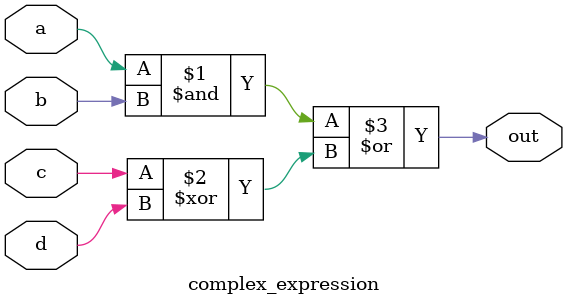
<source format=v>
/*
 * Complex expression test case
 * Input: a, b, c, d
 * Output: out = (a & b) | (c ^ d)
 */

module complex_expression (
    input a,
    input b,
    input c,
    input d,
    output out
);

assign out = (a & b) | (c ^ d);

endmodule

</source>
